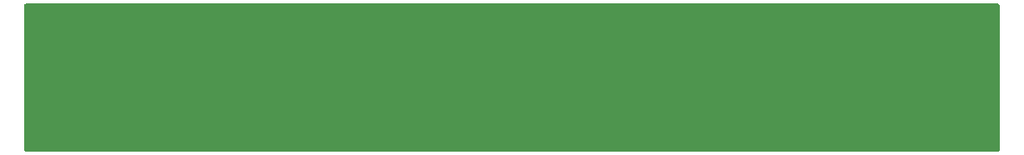
<source format=gbr>
%TF.GenerationSoftware,KiCad,Pcbnew,8.0.3*%
%TF.CreationDate,2024-07-25T12:53:14+09:00*%
%TF.ProjectId,FPC-MD-Main-20240719,4650432d-4d44-42d4-9d61-696e2d323032,rev?*%
%TF.SameCoordinates,Original*%
%TF.FileFunction,Copper,L2,Bot*%
%TF.FilePolarity,Positive*%
%FSLAX46Y46*%
G04 Gerber Fmt 4.6, Leading zero omitted, Abs format (unit mm)*
G04 Created by KiCad (PCBNEW 8.0.3) date 2024-07-25 12:53:14*
%MOMM*%
%LPD*%
G01*
G04 APERTURE LIST*
G04 APERTURE END LIST*
%TA.AperFunction,NonConductor*%
G36*
X99442539Y7479815D02*
G01*
X99488294Y7427011D01*
X99499500Y7375500D01*
X99499500Y-7375500D01*
X99479815Y-7442539D01*
X99427011Y-7488294D01*
X99375500Y-7499500D01*
X624500Y-7499500D01*
X557461Y-7479815D01*
X511706Y-7427011D01*
X500500Y-7375500D01*
X500500Y7375500D01*
X520185Y7442539D01*
X572989Y7488294D01*
X624500Y7499500D01*
X99375500Y7499500D01*
X99442539Y7479815D01*
G37*
%TD.AperFunction*%
M02*

</source>
